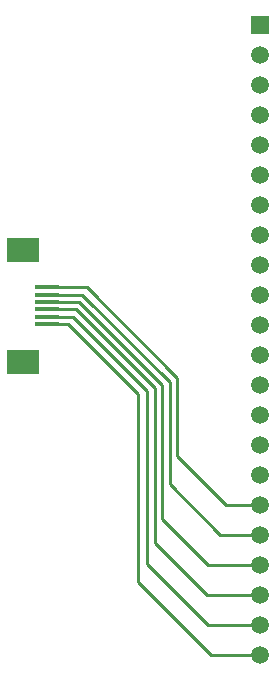
<source format=gbl>
G04*
G04 #@! TF.GenerationSoftware,Altium Limited,Altium Designer,18.0.12 (696)*
G04*
G04 Layer_Physical_Order=2*
G04 Layer_Color=16711680*
%FSLAX25Y25*%
%MOIN*%
G70*
G01*
G75*
%ADD12C,0.01000*%
%ADD13R,0.11024X0.08268*%
%ADD14R,0.07874X0.01575*%
%ADD19C,0.05906*%
%ADD20R,0.05906X0.05906*%
D12*
X94878Y70122D02*
X106122D01*
X78500Y86500D02*
X94878Y70122D01*
X78500Y86500D02*
Y112500D01*
X48350Y142650D02*
X78500Y112500D01*
X35012Y142650D02*
X48350D01*
X92878Y60122D02*
X106122D01*
X76000Y77000D02*
X92878Y60122D01*
X76000Y77000D02*
Y111000D01*
X46811Y140189D02*
X76000Y111000D01*
X35012Y140189D02*
X46811D01*
X88878Y50122D02*
X106122D01*
X73500Y65500D02*
X88878Y50122D01*
X73500Y65500D02*
Y110000D01*
X45772Y137728D02*
X73500Y110000D01*
X35012Y137728D02*
X45772D01*
X88378Y40122D02*
X106122D01*
X71000Y57500D02*
X88378Y40122D01*
X71000Y57500D02*
Y109000D01*
X44728Y135272D02*
X71000Y109000D01*
X35012Y135272D02*
X44728D01*
X88878Y30122D02*
X106122D01*
X68500Y50500D02*
X88878Y30122D01*
X68500Y50500D02*
Y108000D01*
X89878Y20122D02*
X106122D01*
X65500Y44500D02*
X89878Y20122D01*
X43689Y132811D02*
X68500Y108000D01*
X35012Y132811D02*
X43689D01*
X65500Y44500D02*
Y107000D01*
X42150Y130350D02*
X65500Y107000D01*
X35012Y130350D02*
X42150D01*
D13*
X27138Y155248D02*
D03*
Y117752D02*
D03*
D14*
X35012Y142650D02*
D03*
Y140189D02*
D03*
Y137728D02*
D03*
Y135272D02*
D03*
Y132811D02*
D03*
Y130350D02*
D03*
D19*
X106122Y20122D02*
D03*
Y30122D02*
D03*
Y40122D02*
D03*
Y50122D02*
D03*
Y60122D02*
D03*
Y70122D02*
D03*
Y80122D02*
D03*
Y90122D02*
D03*
Y100122D02*
D03*
Y110122D02*
D03*
Y120122D02*
D03*
Y130122D02*
D03*
Y140122D02*
D03*
Y150122D02*
D03*
Y160122D02*
D03*
Y170122D02*
D03*
Y180122D02*
D03*
Y190122D02*
D03*
Y200122D02*
D03*
Y210122D02*
D03*
Y220122D02*
D03*
D20*
Y230122D02*
D03*
M02*

</source>
